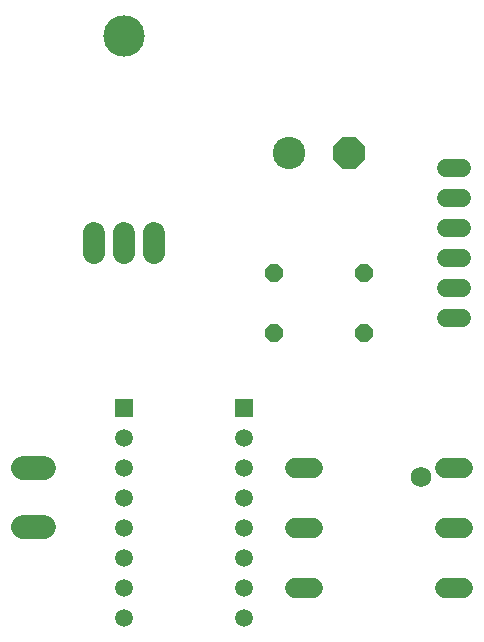
<source format=gbr>
G04 EAGLE Gerber RS-274X export*
G75*
%MOMM*%
%FSLAX34Y34*%
%LPD*%
%INSoldermask Bottom*%
%IPPOS*%
%AMOC8*
5,1,8,0,0,1.08239X$1,22.5*%
G01*
%ADD10R,1.511200X1.511200*%
%ADD11C,1.511200*%
%ADD12C,2.743200*%
%ADD13P,2.969212X8X22.500000*%
%ADD14C,1.727200*%
%ADD15C,1.879600*%
%ADD16C,3.505200*%
%ADD17P,1.649562X8X22.500000*%
%ADD18C,1.524000*%
%ADD19C,1.993900*%
%ADD20C,1.727200*%


D10*
X114300Y241300D03*
X215900Y241300D03*
D11*
X114300Y215900D03*
X215900Y215900D03*
X114300Y190500D03*
X215900Y190500D03*
X114300Y165100D03*
X215900Y165100D03*
X114300Y139700D03*
X215900Y139700D03*
X114300Y114300D03*
X215900Y114300D03*
X114300Y88900D03*
X215900Y88900D03*
X114300Y63500D03*
X215900Y63500D03*
D12*
X254000Y457200D03*
D13*
X304800Y457200D03*
D14*
X274320Y190500D02*
X259080Y190500D01*
X386080Y190500D02*
X401320Y190500D01*
X274320Y139700D02*
X259080Y139700D01*
X386080Y139700D02*
X401320Y139700D01*
X274320Y88900D02*
X259080Y88900D01*
X386080Y88900D02*
X401320Y88900D01*
D15*
X88900Y372618D02*
X88900Y389382D01*
X114300Y389382D02*
X114300Y372618D01*
X139700Y372618D02*
X139700Y389382D01*
D16*
X114300Y556260D03*
D17*
X241300Y355600D03*
X317500Y355600D03*
X241300Y304800D03*
X317500Y304800D03*
D18*
X387096Y317500D02*
X400304Y317500D01*
X400304Y342900D02*
X387096Y342900D01*
X387096Y368300D02*
X400304Y368300D01*
X400304Y393700D02*
X387096Y393700D01*
X387096Y419100D02*
X400304Y419100D01*
X400304Y444500D02*
X387096Y444500D01*
D19*
X47054Y190100D02*
X29147Y190100D01*
X29147Y140100D02*
X47054Y140100D01*
D20*
X365760Y182880D03*
M02*

</source>
